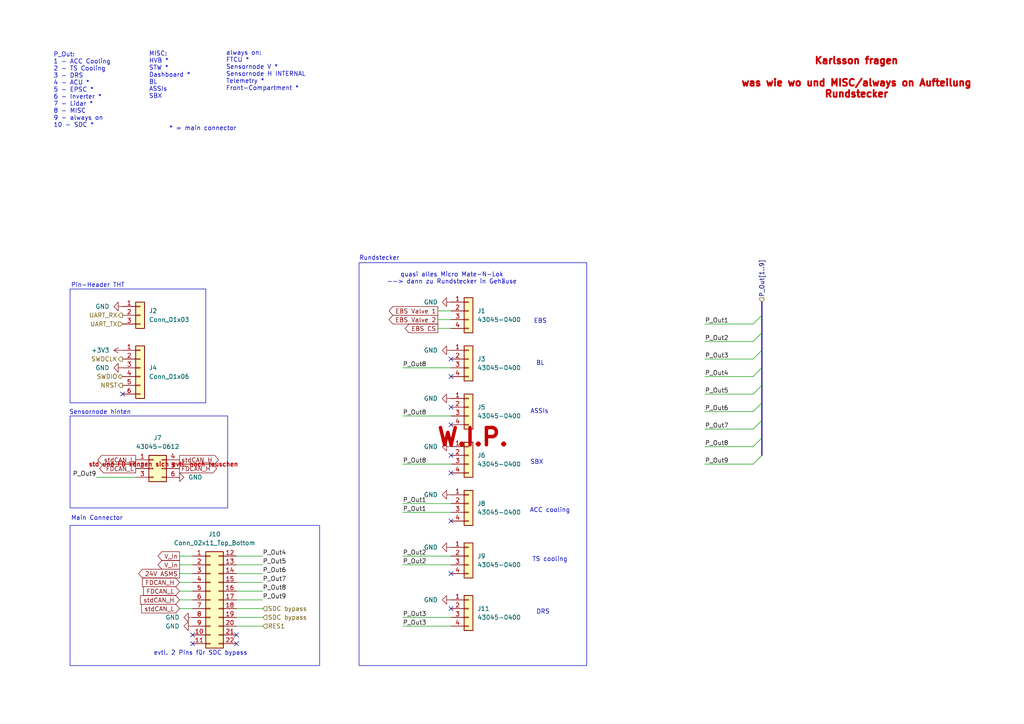
<source format=kicad_sch>
(kicad_sch (version 20231120) (generator "eeschema") (generator_version "8.0")
  (paper "A4")
  (title_block (title "PDU FT25") (date "2024-11-23") (rev "V1.1") (company "Janek Herm") (comment 1 "FaSTTUBe Electronics"))
  (lib_symbols
    (symbol "Connector_Generic:Conn_01x03" (pin_names (offset 1.016) hide)
      (property "Reference" "J" (at 0 5.08 0))
      (property "Value" "Conn_01x03" (at 0 -5.08 0))
      (symbol "Conn_01x03_1_1"
        (rectangle (start -1.27 -2.413) (end 0 -2.667) (stroke (width 0.1524)))
        (rectangle (start -1.27 0.127) (end 0 -0.127) (stroke (width 0.1524)))
        (rectangle (start -1.27 2.667) (end 0 2.413) (stroke (width 0.1524)))
        (rectangle (start -1.27 3.81) (end 1.27 -3.81) (stroke (width 0.254)) (fill (type background)))
        (pin passive line (at -5.08 2.54 0) (length 3.81) (name "Pin_1") (number "1"))
        (pin passive line (at -5.08 0 0) (length 3.81) (name "Pin_2") (number "2"))
        (pin passive line (at -5.08 -2.54 0) (length 3.81) (name "Pin_3") (number "3"))
      )
    )
    (symbol "Connector_Generic:Conn_01x04" (pin_names (offset 1.016) hide)
      (property "Reference" "J" (at 0 5.08 0))
      (property "Value" "Conn_01x04" (at 0 -7.62 0))
      (symbol "Conn_01x04_1_1"
        (rectangle (start -1.27 -4.953) (end 0 -5.207) (stroke (width 0.1524)))
        (rectangle (start -1.27 -2.413) (end 0 -2.667) (stroke (width 0.1524)))
        (rectangle (start -1.27 0.127) (end 0 -0.127) (stroke (width 0.1524)))
        (rectangle (start -1.27 2.667) (end 0 2.413) (stroke (width 0.1524)))
        (rectangle (start -1.27 3.81) (end 1.27 -6.35) (stroke (width 0.254)) (fill (type background)))
        (pin passive line (at -5.08 2.54 0) (length 3.81) (name "Pin_1") (number "1"))
        (pin passive line (at -5.08 0 0) (length 3.81) (name "Pin_2") (number "2"))
        (pin passive line (at -5.08 -2.54 0) (length 3.81) (name "Pin_3") (number "3"))
        (pin passive line (at -5.08 -5.08 0) (length 3.81) (name "Pin_4") (number "4"))
      )
    )
    (symbol "Connector_Generic:Conn_01x06" (pin_names (offset 1.016) hide)
      (property "Reference" "J" (at 0 7.62 0))
      (property "Value" "Conn_01x06" (at 0 -10.16 0))
      (symbol "Conn_01x06_1_1"
        (rectangle (start -1.27 -7.493) (end 0 -7.747) (stroke (width 0.1524)))
        (rectangle (start -1.27 -4.953) (end 0 -5.207) (stroke (width 0.1524)))
        (rectangle (start -1.27 -2.413) (end 0 -2.667) (stroke (width 0.1524)))
        (rectangle (start -1.27 0.127) (end 0 -0.127) (stroke (width 0.1524)))
        (rectangle (start -1.27 2.667) (end 0 2.413) (stroke (width 0.1524)))
        (rectangle (start -1.27 5.207) (end 0 4.953) (stroke (width 0.1524)))
        (rectangle (start -1.27 6.35) (end 1.27 -8.89) (stroke (width 0.254)) (fill (type background)))
        (pin passive line (at -5.08 5.08 0) (length 3.81) (name "Pin_1") (number "1"))
        (pin passive line (at -5.08 2.54 0) (length 3.81) (name "Pin_2") (number "2"))
        (pin passive line (at -5.08 0 0) (length 3.81) (name "Pin_3") (number "3"))
        (pin passive line (at -5.08 -2.54 0) (length 3.81) (name "Pin_4") (number "4"))
        (pin passive line (at -5.08 -5.08 0) (length 3.81) (name "Pin_5") (number "5"))
        (pin passive line (at -5.08 -7.62 0) (length 3.81) (name "Pin_6") (number "6"))
      )
    )
    (symbol "Connector_Generic:Conn_02x03_Top_Bottom" (pin_names (offset 1.016) hide)
      (property "Reference" "J" (at 1.27 5.08 0))
      (property "Value" "Conn_02x03_Top_Bottom" (at 1.27 -5.08 0))
      (symbol "Conn_02x03_Top_Bottom_1_1"
        (rectangle (start -1.27 -2.413) (end 0 -2.667) (stroke (width 0.1524)))
        (rectangle (start -1.27 0.127) (end 0 -0.127) (stroke (width 0.1524)))
        (rectangle (start -1.27 2.667) (end 0 2.413) (stroke (width 0.1524)))
        (rectangle (start -1.27 3.81) (end 3.81 -3.81) (stroke (width 0.254)) (fill (type background)))
        (rectangle (start 3.81 -2.413) (end 2.54 -2.667) (stroke (width 0.1524)))
        (rectangle (start 3.81 0.127) (end 2.54 -0.127) (stroke (width 0.1524)))
        (rectangle (start 3.81 2.667) (end 2.54 2.413) (stroke (width 0.1524)))
        (pin passive line (at -5.08 2.54 0) (length 3.81) (name "Pin_1") (number "1"))
        (pin passive line (at -5.08 0 0) (length 3.81) (name "Pin_2") (number "2"))
        (pin passive line (at -5.08 -2.54 0) (length 3.81) (name "Pin_3") (number "3"))
        (pin passive line (at 7.62 2.54 180) (length 3.81) (name "Pin_4") (number "4"))
        (pin passive line (at 7.62 0 180) (length 3.81) (name "Pin_5") (number "5"))
        (pin passive line (at 7.62 -2.54 180) (length 3.81) (name "Pin_6") (number "6"))
      )
    )
    (symbol "Connector_Generic:Conn_02x11_Top_Bottom" (pin_names (offset 1.016) hide)
      (property "Reference" "J" (at 1.27 15.24 0))
      (property "Value" "Conn_02x11_Top_Bottom" (at 1.27 -15.24 0))
      (symbol "Conn_02x11_Top_Bottom_1_1"
        (rectangle (start -1.27 -12.573) (end 0 -12.827) (stroke (width 0.1524)))
        (rectangle (start -1.27 -10.033) (end 0 -10.287) (stroke (width 0.1524)))
        (rectangle (start -1.27 -7.493) (end 0 -7.747) (stroke (width 0.1524)))
        (rectangle (start -1.27 -4.953) (end 0 -5.207) (stroke (width 0.1524)))
        (rectangle (start -1.27 -2.413) (end 0 -2.667) (stroke (width 0.1524)))
        (rectangle (start -1.27 0.127) (end 0 -0.127) (stroke (width 0.1524)))
        (rectangle (start -1.27 2.667) (end 0 2.413) (stroke (width 0.1524)))
        (rectangle (start -1.27 5.207) (end 0 4.953) (stroke (width 0.1524)))
        (rectangle (start -1.27 7.747) (end 0 7.493) (stroke (width 0.1524)))
        (rectangle (start -1.27 10.287) (end 0 10.033) (stroke (width 0.1524)))
        (rectangle (start -1.27 12.827) (end 0 12.573) (stroke (width 0.1524)))
        (rectangle (start -1.27 13.97) (end 3.81 -13.97) (stroke (width 0.254)) (fill (type background)))
        (rectangle (start 3.81 -12.573) (end 2.54 -12.827) (stroke (width 0.1524)))
        (rectangle (start 3.81 -10.033) (end 2.54 -10.287) (stroke (width 0.1524)))
        (rectangle (start 3.81 -7.493) (end 2.54 -7.747) (stroke (width 0.1524)))
        (rectangle (start 3.81 -4.953) (end 2.54 -5.207) (stroke (width 0.1524)))
        (rectangle (start 3.81 -2.413) (end 2.54 -2.667) (stroke (width 0.1524)))
        (rectangle (start 3.81 0.127) (end 2.54 -0.127) (stroke (width 0.1524)))
        (rectangle (start 3.81 2.667) (end 2.54 2.413) (stroke (width 0.1524)))
        (rectangle (start 3.81 5.207) (end 2.54 4.953) (stroke (width 0.1524)))
        (rectangle (start 3.81 7.747) (end 2.54 7.493) (stroke (width 0.1524)))
        (rectangle (start 3.81 10.287) (end 2.54 10.033) (stroke (width 0.1524)))
        (rectangle (start 3.81 12.827) (end 2.54 12.573) (stroke (width 0.1524)))
        (pin passive line (at -5.08 12.7 0) (length 3.81) (name "Pin_1") (number "1"))
        (pin passive line (at -5.08 -10.16 0) (length 3.81) (name "Pin_10") (number "10"))
        (pin passive line (at -5.08 -12.7 0) (length 3.81) (name "Pin_11") (number "11"))
        (pin passive line (at 7.62 12.7 180) (length 3.81) (name "Pin_12") (number "12"))
        (pin passive line (at 7.62 10.16 180) (length 3.81) (name "Pin_13") (number "13"))
        (pin passive line (at 7.62 7.62 180) (length 3.81) (name "Pin_14") (number "14"))
        (pin passive line (at 7.62 5.08 180) (length 3.81) (name "Pin_15") (number "15"))
        (pin passive line (at 7.62 2.54 180) (length 3.81) (name "Pin_16") (number "16"))
        (pin passive line (at 7.62 0 180) (length 3.81) (name "Pin_17") (number "17"))
        (pin passive line (at 7.62 -2.54 180) (length 3.81) (name "Pin_18") (number "18"))
        (pin passive line (at 7.62 -5.08 180) (length 3.81) (name "Pin_19") (number "19"))
        (pin passive line (at -5.08 10.16 0) (length 3.81) (name "Pin_2") (number "2"))
        (pin passive line (at 7.62 -7.62 180) (length 3.81) (name "Pin_20") (number "20"))
        (pin passive line (at 7.62 -10.16 180) (length 3.81) (name "Pin_21") (number "21"))
        (pin passive line (at 7.62 -12.7 180) (length 3.81) (name "Pin_22") (number "22"))
        (pin passive line (at -5.08 7.62 0) (length 3.81) (name "Pin_3") (number "3"))
        (pin passive line (at -5.08 5.08 0) (length 3.81) (name "Pin_4") (number "4"))
        (pin passive line (at -5.08 2.54 0) (length 3.81) (name "Pin_5") (number "5"))
        (pin passive line (at -5.08 0 0) (length 3.81) (name "Pin_6") (number "6"))
        (pin passive line (at -5.08 -2.54 0) (length 3.81) (name "Pin_7") (number "7"))
        (pin passive line (at -5.08 -5.08 0) (length 3.81) (name "Pin_8") (number "8"))
        (pin passive line (at -5.08 -7.62 0) (length 3.81) (name "Pin_9") (number "9"))
      )
    )
    (symbol "power:+3.3V" (power) (pin_numbers hide) (pin_names (offset 0) hide)
      (property "Value" "+3.3V" (at 0 3.556 0))
      (symbol "+3.3V_0_1"
        (polyline (pts (xy -0.762 1.27) (xy 0 2.54)))
        (polyline (pts (xy 0 0) (xy 0 2.54)))
        (polyline (pts (xy 0 2.54) (xy 0.762 1.27)))
      )
      (symbol "+3.3V_1_1"
        (pin power_in line (at 0 0 90) (length 0) (name "~") (number "1"))
      )
    )
    (symbol "power:GND" (power) (pin_numbers hide) (pin_names (offset 0) hide)
      (property "Value" "GND" (at 0 -3.81 0))
      (symbol "GND_0_1"
        (polyline (pts (xy 0 0) (xy 0 -1.27) (xy 1.27 -1.27) (xy 0 -2.54) (xy -1.27 -1.27) (xy 0 -1.27)))
      )
      (symbol "GND_1_1"
        (pin power_in line (at 0 0 270) (length 0) (name "~") (number "1"))
      )
    )
  )
  (no_connect (at 130.81 132.08))
  (no_connect (at 55.88 186.69))
  (no_connect (at 68.58 186.69))
  (no_connect (at 130.81 109.22))
  (no_connect (at 130.81 104.14))
  (no_connect (at 35.56 114.3))
  (no_connect (at 130.81 176.53))
  (no_connect (at 130.81 118.11))
  (no_connect (at 130.81 137.16))
  (no_connect (at 130.81 151.13))
  (no_connect (at 130.81 166.37))
  (no_connect (at 55.88 184.15))
  (no_connect (at 68.58 184.15))
  (no_connect (at 130.81 123.19))
  (bus_entry (at 218.44 109.22) (size 2.54 -2.54))
  (bus_entry (at 218.44 99.06) (size 2.54 -2.54))
  (bus_entry (at 218.44 129.54) (size 2.54 -2.54))
  (bus_entry (at 218.44 134.62) (size 2.54 -2.54))
  (bus_entry (at 218.44 119.38) (size 2.54 -2.54))
  (bus_entry (at 218.44 93.98) (size 2.54 -2.54))
  (bus_entry (at 218.44 114.3) (size 2.54 -2.54))
  (bus_entry (at 218.44 104.14) (size 2.54 -2.54))
  (bus_entry (at 218.44 124.46) (size 2.54 -2.54))
  (wire (pts (xy 116.84 146.05) (xy 130.81 146.05)))
  (bus (pts (xy 220.98 121.92) (xy 220.98 127)))
  (wire (pts (xy 52.07 161.29) (xy 55.88 161.29)))
  (bus (pts (xy 220.98 127) (xy 220.98 132.08)))
  (wire (pts (xy 116.84 161.29) (xy 130.81 161.29)))
  (wire (pts (xy 204.47 134.62) (xy 218.44 134.62)))
  (wire (pts (xy 52.07 176.53) (xy 55.88 176.53)))
  (wire (pts (xy 127 95.25) (xy 130.81 95.25)))
  (wire (pts (xy 68.58 166.37) (xy 76.2 166.37)))
  (wire (pts (xy 204.47 129.54) (xy 218.44 129.54)))
  (bus (pts (xy 220.98 116.84) (xy 220.98 121.92)))
  (wire (pts (xy 204.47 119.38) (xy 218.44 119.38)))
  (wire (pts (xy 204.47 114.3) (xy 218.44 114.3)))
  (bus (pts (xy 220.98 101.6) (xy 220.98 106.68)))
  (wire (pts (xy 204.47 99.06) (xy 218.44 99.06)))
  (wire (pts (xy 204.47 124.46) (xy 218.44 124.46)))
  (wire (pts (xy 116.84 181.61) (xy 130.81 181.61)))
  (bus (pts (xy 220.98 111.76) (xy 220.98 116.84)))
  (wire (pts (xy 68.58 179.07) (xy 76.2 179.07)))
  (wire (pts (xy 116.84 148.59) (xy 130.81 148.59)))
  (wire (pts (xy 204.47 109.22) (xy 218.44 109.22)))
  (wire (pts (xy 116.84 179.07) (xy 130.81 179.07)))
  (wire (pts (xy 52.07 163.83) (xy 55.88 163.83)))
  (wire (pts (xy 68.58 171.45) (xy 76.2 171.45)))
  (bus (pts (xy 220.98 87.63) (xy 220.98 91.44)))
  (wire (pts (xy 52.07 166.37) (xy 55.88 166.37)))
  (bus (pts (xy 220.98 91.44) (xy 220.98 96.52)))
  (wire (pts (xy 204.47 104.14) (xy 218.44 104.14)))
  (wire (pts (xy 130.81 134.62) (xy 116.84 134.62)))
  (wire (pts (xy 68.58 168.91) (xy 76.2 168.91)))
  (bus (pts (xy 220.98 96.52) (xy 220.98 101.6)))
  (wire (pts (xy 68.58 163.83) (xy 76.2 163.83)))
  (wire (pts (xy 27.94 138.43) (xy 39.37 138.43)))
  (wire (pts (xy 52.07 173.99) (xy 55.88 173.99)))
  (wire (pts (xy 68.58 161.29) (xy 76.2 161.29)))
  (bus (pts (xy 220.98 106.68) (xy 220.98 111.76)))
  (wire (pts (xy 127 92.71) (xy 130.81 92.71)))
  (wire (pts (xy 127 90.17) (xy 130.81 90.17)))
  (wire (pts (xy 68.58 173.99) (xy 76.2 173.99)))
  (wire (pts (xy 52.07 171.45) (xy 55.88 171.45)))
  (wire (pts (xy 68.58 176.53) (xy 76.2 176.53)))
  (wire (pts (xy 116.84 106.68) (xy 130.81 106.68)))
  (wire (pts (xy 116.84 120.65) (xy 130.81 120.65)))
  (wire (pts (xy 204.47 93.98) (xy 218.44 93.98)))
  (wire (pts (xy 68.58 181.61) (xy 76.2 181.61)))
  (wire (pts (xy 116.84 163.83) (xy 130.81 163.83)))
  (wire (pts (xy 52.07 168.91) (xy 55.88 168.91)))
  (wire (pts (xy 50.8 138.43) (xy 52.07 138.43)))
  (rectangle (start 20.32 83.82) (end 59.69 116.84))
  (rectangle (start 104.14 76.2) (end 170.18 193.04))
  (rectangle (start 20.32 152.4) (end 92.71 193.04))
  (rectangle (start 20.32 120.65) (end 66.04 147.32))
  (text "* = main connector" (at 49.022 37.338 0) (effects (font (size 1.27 1.27)) (justify left)))
  (text "DRS" (at 157.48 177.546 0) (effects (font (size 1.27 1.27))))
  (text "ASSIs" (at 156.464 119.38 0) (effects (font (size 1.27 1.27))))
  (text "Pin-Header THT" (at 20.574 82.804 0) (effects (font (size 1.27 1.27)) (justify left)))
  (text "W.I.P." (at 137.16 127 0) (effects (font (size 5 5) (thickness 1) (bold yes))))
  (text "quasi alles Micro Mate-N-Lok\n--> dann zu Rundstecker in Gehäuse" (at 131.064 80.772 0) (effects (font (size 1.27 1.27) (thickness 0.1588))))
  (text "Sensornode hinten" (at 20.066 119.634 0) (effects (font (size 1.27 1.27)) (justify left)))
  (text "Rundstecker" (at 104.14 74.93 0) (effects (font (size 1.27 1.27)) (justify left)))
  (text "Karlsson fragen\n\nwas wie wo und MISC/always on Aufteilung\nRundstecker" (at 248.412 22.606 0) (effects (font (size 2 2) (thickness 0.7) (bold yes))))
  (text "Main Connector" (at 20.574 150.368 0) (effects (font (size 1.27 1.27)) (justify left)))
  (text "SBX" (at 155.702 134.112 0) (effects (font (size 1.27 1.27))))
  (text "evtl. 2 Pins für SDC bypass" (at 58.166 189.484 0) (effects (font (size 1.27 1.27))))
  (text "EBS" (at 156.718 93.218 0) (effects (font (size 1.27 1.27))))
  (text "MISC:\nHVB *\nSTW *\nDashboard *\nBL\nASSIs\nSBX" (at 43.18 21.844 0) (effects (font (size 1.27 1.27)) (justify left)))
  (text "TS cooling" (at 159.512 162.306 0) (effects (font (size 1.27 1.27))))
  (text "std und FD können sich evtl. noch tauschen" (at 25.654 134.874 0) (effects (font (size 1.27 1.27) (thickness 0.254) (bold yes)) (justify left)))
  (text "P_Out:\n1 - ACC Cooling \n2 - TS Cooling\n3 - DRS\n4 - ACU *\n5 - EPSC *\n6 - Inverter *\n7 - Lidar *\n8 - MISC\n9 - always on\n10 - SDC *" (at 15.494 26.162 0) (effects (font (size 1.27 1.27)) (justify left)))
  (text "BL" (at 156.718 105.41 0) (effects (font (size 1.27 1.27))))
  (text "ACC cooling" (at 159.512 148.082 0) (effects (font (size 1.27 1.27))))
  (text "always on:\nFTCU *\nSensornode V *\nSensornode H INTERNAL\nTelemetry * \nFront-Compartment *" (at 65.532 20.574 0) (effects (font (size 1.27 1.27)) (justify left)))
  (label "P_Out7" (at 76.2 168.91 0))
  (label "P_Out3" (at 204.47 104.14 0))
  (label "P_Out1" (at 204.47 93.98 0))
  (label "P_Out8" (at 204.47 129.54 0))
  (label "P_Out8" (at 116.84 120.65 0))
  (label "P_Out1" (at 116.84 148.59 0))
  (label "P_Out9" (at 204.47 134.62 0))
  (label "P_Out8" (at 116.84 106.68 0))
  (label "P_Out5" (at 204.47 114.3 0))
  (label "P_Out9" (at 76.2 173.99 0))
  (label "P_Out2" (at 204.47 99.06 0))
  (label "P_Out3" (at 116.84 181.61 0))
  (label "P_Out9" (at 27.94 138.43 180))
  (label "P_Out8" (at 76.2 171.45 0))
  (label "P_Out6" (at 76.2 166.37 0))
  (label "P_Out2" (at 116.84 161.29 0))
  (label "P_Out4" (at 76.2 161.29 0))
  (label "P_Out5" (at 76.2 163.83 0))
  (label "P_Out7" (at 204.47 124.46 0))
  (label "P_Out1" (at 116.84 146.05 0))
  (label "P_Out8" (at 116.84 134.62 0))
  (label "P_Out3" (at 116.84 179.07 0))
  (label "P_Out2" (at 116.84 163.83 0))
  (label "P_Out4" (at 204.47 109.22 0))
  (label "P_Out6" (at 204.47 119.38 0))
  (global_label "stdCAN_H" (shape output) (at 52.07 133.35 0) (property "Intersheetrefs" "${INTERSHEET_REFS}" (effects (hide yes))))
  (global_label "24V ASMS" (shape output) (at 52.07 166.37 180) (property "Intersheetrefs" "${INTERSHEET_REFS}" (effects (hide yes))))
  (global_label "FDCAN_H" (shape output) (at 52.07 135.89 0) (property "Intersheetrefs" "${INTERSHEET_REFS}" (effects (hide yes))))
  (global_label "stdCAN_L" (shape input) (at 52.07 176.53 180) (property "Intersheetrefs" "${INTERSHEET_REFS}" (effects (hide yes))))
  (global_label "FDCAN_L" (shape output) (at 39.37 135.89 180) (property "Intersheetrefs" "${INTERSHEET_REFS}" (effects (hide yes))))
  (global_label "V_In" (shape output) (at 52.07 161.29 180) (property "Intersheetrefs" "${INTERSHEET_REFS}" (effects (hide yes))))
  (global_label "FDCAN_L" (shape input) (at 52.07 171.45 180) (property "Intersheetrefs" "${INTERSHEET_REFS}" (effects (hide yes))))
  (global_label "stdCAN_H" (shape input) (at 52.07 173.99 180) (property "Intersheetrefs" "${INTERSHEET_REFS}" (effects (hide yes))))
  (global_label "EBS CS" (shape output) (at 127 95.25 180) (property "Intersheetrefs" "${INTERSHEET_REFS}" (effects (hide yes))))
  (global_label "V_In" (shape output) (at 52.07 163.83 180) (property "Intersheetrefs" "${INTERSHEET_REFS}" (effects (hide yes))))
  (global_label "EBS Valve 2" (shape output) (at 127 92.71 180) (property "Intersheetrefs" "${INTERSHEET_REFS}" (effects (hide yes))))
  (global_label "stdCAN_L" (shape output) (at 39.37 133.35 180) (property "Intersheetrefs" "${INTERSHEET_REFS}" (effects (hide yes))))
  (global_label "EBS Valve 1" (shape output) (at 127 90.17 180) (property "Intersheetrefs" "${INTERSHEET_REFS}" (effects (hide yes))))
  (global_label "FDCAN_H" (shape input) (at 52.07 168.91 180) (property "Intersheetrefs" "${INTERSHEET_REFS}" (effects (hide yes))))
  (hierarchical_label "P_Out[1..9]" (shape input) (at 220.98 87.63 90) (effects (font (thickness 0.1588))))
  (hierarchical_label "SWDIO" (shape bidirectional) (at 35.56 109.22 180) (effects (font (thickness 0.1588))))
  (hierarchical_label "RES1" (shape input) (at 76.2 181.61 0))
  (hierarchical_label "UART_TX" (shape input) (at 35.56 93.98 180))
  (hierarchical_label "SDC bypass" (shape input) (at 76.2 176.53 0))
  (hierarchical_label "NRST" (shape output) (at 35.56 111.76 180) (effects (font (thickness 0.1588))))
  (hierarchical_label "SWDCLK" (shape output) (at 35.56 104.14 180))
  (hierarchical_label "UART_RX" (shape output) (at 35.56 91.44 180))
  (hierarchical_label "SDC bypass" (shape input) (at 76.2 179.07 0))
  (symbol (lib_id "Connector_Generic:Conn_01x04") (at 135.89 90.17 0) (unit 1)
    (property "Reference" "J1" (at 138.43 90.1699 0) (effects (justify left)))
    (property "Value" "43045-0400" (at 138.43 92.7099 0) (effects (justify left)))
    (property "Footprint" "43045-0400:43045-04_00,01,02,10_" (effects (hide yes)))
    (property "Description" "Generic connector, single row, 01x04, script generated (kicad-library-utils/schlib/autogen/connector/)" (effects (hide yes)))
  )
  (symbol (lib_id "power:GND") (at 55.88 179.07 270) (unit 1)
    (property "Reference" "#PWR044" (effects (hide yes)))
    (property "Value" "GND" (at 52.07 179.0699 90) (effects (justify right)))
    (property "Description" "Power symbol creates a global label with name \"GND\" , ground" (effects (hide yes)))
  )
  (symbol (lib_id "power:GND") (at 130.81 173.99 270) (unit 1)
    (property "Reference" "#PWR043" (effects (hide yes)))
    (property "Value" "GND" (at 127 173.9899 90) (effects (justify right)))
    (property "Description" "Power symbol creates a global label with name \"GND\" , ground" (effects (hide yes)))
  )
  (symbol (lib_id "power:GND") (at 130.81 129.54 270) (unit 1)
    (property "Reference" "#PWR039" (effects (hide yes)))
    (property "Value" "GND" (at 127 129.5399 90) (effects (justify right)))
    (property "Description" "Power symbol creates a global label with name \"GND\" , ground" (effects (hide yes)))
  )
  (symbol (lib_id "power:+3.3V") (at 35.56 101.6 90) (unit 1)
    (property "Reference" "#PWR035" (effects (hide yes)))
    (property "Value" "+3V3" (at 31.75 101.5999 90) (effects (justify left)))
    (property "Description" "Power symbol creates a global label with name \"+3.3V\"" (effects (hide yes)))
  )
  (symbol (lib_id "Connector_Generic:Conn_01x04") (at 135.89 132.08 0) (unit 1)
    (property "Reference" "J6" (at 138.43 132.0799 0) (effects (justify left)))
    (property "Value" "43045-0400" (at 138.43 134.6199 0) (effects (justify left)))
    (property "Footprint" "43045-0400:43045-04_00,01,02,10_" (effects (hide yes)))
    (property "Description" "Generic connector, single row, 01x04, script generated (kicad-library-utils/schlib/autogen/connector/)" (effects (hide yes)))
  )
  (symbol (lib_id "Connector_Generic:Conn_01x04") (at 135.89 146.05 0) (unit 1)
    (property "Reference" "J8" (at 138.43 146.0499 0) (effects (justify left)))
    (property "Value" "43045-0400" (at 138.43 148.5899 0) (effects (justify left)))
    (property "Footprint" "43045-0400:43045-04_00,01,02,10_" (effects (hide yes)))
    (property "Description" "Generic connector, single row, 01x04, script generated (kicad-library-utils/schlib/autogen/connector/)" (effects (hide yes)))
  )
  (symbol (lib_id "power:GND") (at 35.56 88.9 270) (unit 1)
    (property "Reference" "#PWR034" (effects (hide yes)))
    (property "Value" "GND" (at 31.75 88.8999 90) (effects (justify right)))
    (property "Description" "Power symbol creates a global label with name \"GND\" , ground" (effects (hide yes)))
  )
  (symbol (lib_id "power:GND") (at 55.88 181.61 270) (unit 1)
    (property "Reference" "#PWR045" (effects (hide yes)))
    (property "Value" "GND" (at 52.07 181.6099 90) (effects (justify right)))
    (property "Description" "Power symbol creates a global label with name \"GND\" , ground" (effects (hide yes)))
  )
  (symbol (lib_id "power:GND") (at 130.81 101.6 270) (unit 1)
    (property "Reference" "#PWR036" (effects (hide yes)))
    (property "Value" "GND" (at 127 101.5999 90) (effects (justify right)))
    (property "Description" "Power symbol creates a global label with name \"GND\" , ground" (effects (hide yes)))
  )
  (symbol (lib_id "Connector_Generic:Conn_01x04") (at 135.89 104.14 0) (unit 1)
    (property "Reference" "J3" (at 138.43 104.1399 0) (effects (justify left)))
    (property "Value" "43045-0400" (at 138.43 106.6799 0) (effects (justify left)))
    (property "Footprint" "43045-0400:43045-04_00,01,02,10_" (effects (hide yes)))
    (property "Description" "Generic connector, single row, 01x04, script generated (kicad-library-utils/schlib/autogen/connector/)" (effects (hide yes)))
  )
  (symbol (lib_id "Connector_Generic:Conn_01x06") (at 40.64 106.68 0) (unit 1)
    (property "Reference" "J4" (at 43.18 106.6799 0) (effects (justify left)))
    (property "Value" "Conn_01x06" (at 43.18 109.2199 0) (effects (justify left)))
    (property "Footprint" "Connector_PinHeader_2.54mm:PinHeader_1x06_P2.54mm_Vertical" (effects (hide yes)))
    (property "Description" "Generic connector, single row, 01x06, script generated (kicad-library-utils/schlib/autogen/connector/)" (effects (hide yes)))
  )
  (symbol (lib_id "Connector_Generic:Conn_01x04") (at 135.89 176.53 0) (unit 1)
    (property "Reference" "J11" (at 138.43 176.5299 0) (effects (justify left)))
    (property "Value" "43045-0400" (at 138.43 179.0699 0) (effects (justify left)))
    (property "Footprint" "43045-0400:43045-04_00,01,02,10_" (effects (hide yes)))
    (property "Description" "Generic connector, single row, 01x04, script generated (kicad-library-utils/schlib/autogen/connector/)" (effects (hide yes)))
  )
  (symbol (lib_id "Connector_Generic:Conn_01x04") (at 135.89 161.29 0) (unit 1)
    (property "Reference" "J9" (at 138.43 161.2899 0) (effects (justify left)))
    (property "Value" "43045-0400" (at 138.43 163.8299 0) (effects (justify left)))
    (property "Footprint" "43045-0400:43045-04_00,01,02,10_" (effects (hide yes)))
    (property "Description" "Generic connector, single row, 01x04, script generated (kicad-library-utils/schlib/autogen/connector/)" (effects (hide yes)))
  )
  (symbol (lib_id "power:GND") (at 130.81 158.75 270) (unit 1)
    (property "Reference" "#PWR042" (effects (hide yes)))
    (property "Value" "GND" (at 127 158.7499 90) (effects (justify right)))
    (property "Description" "Power symbol creates a global label with name \"GND\" , ground" (effects (hide yes)))
  )
  (symbol (lib_id "Connector_Generic:Conn_02x03_Top_Bottom") (at 44.45 135.89 0) (unit 1)
    (property "Reference" "J7" (at 45.72 127 0))
    (property "Value" "43045-0612" (at 45.72 129.54 0))
    (property "Footprint" "Connector_Molex:Molex_Micro-Fit_3.0_43045-0612_2x03_P3.00mm_Vertical" (effects (hide yes)))
    (property "Description" "Generic connector, double row, 02x03, top/bottom pin numbering scheme (row 1: 1...pins_per_row, row2: pins_per_row+1 ... num_pins), script generated (kicad-library-utils/schlib/autogen/connector/)" (effects (hide yes)))
  )
  (symbol (lib_id "power:GND") (at 130.81 143.51 270) (unit 1)
    (property "Reference" "#PWR041" (effects (hide yes)))
    (property "Value" "GND" (at 127 143.5099 90) (effects (justify right)))
    (property "Description" "Power symbol creates a global label with name \"GND\" , ground" (effects (hide yes)))
  )
  (symbol (lib_id "power:GND") (at 130.81 87.63 270) (unit 1)
    (property "Reference" "#PWR033" (effects (hide yes)))
    (property "Value" "GND" (at 127 87.6299 90) (effects (justify right)))
    (property "Description" "Power symbol creates a global label with name \"GND\" , ground" (effects (hide yes)))
  )
  (symbol (lib_id "power:GND") (at 130.81 115.57 270) (unit 1)
    (property "Reference" "#PWR038" (effects (hide yes)))
    (property "Value" "GND" (at 127 115.5699 90) (effects (justify right)))
    (property "Description" "Power symbol creates a global label with name \"GND\" , ground" (effects (hide yes)))
  )
  (symbol (lib_id "power:GND") (at 50.8 138.43 90) (unit 1)
    (property "Reference" "#PWR040" (effects (hide yes)))
    (property "Value" "GND" (at 54.61 138.4299 90) (effects (justify right)))
    (property "Description" "Power symbol creates a global label with name \"GND\" , ground" (effects (hide yes)))
  )
  (symbol (lib_id "Connector_Generic:Conn_01x03") (at 40.64 91.44 0) (unit 1)
    (property "Reference" "J2" (at 43.18 90.1699 0) (effects (justify left)))
    (property "Value" "Conn_01x03" (at 43.18 92.7099 0) (effects (justify left)))
    (property "Footprint" "Connector_PinHeader_2.54mm:PinHeader_1x03_P2.54mm_Vertical" (effects (hide yes)))
    (property "Description" "Generic connector, single row, 01x03, script generated (kicad-library-utils/schlib/autogen/connector/)" (effects (hide yes)))
  )
  (symbol (lib_id "Connector_Generic:Conn_01x04") (at 135.89 118.11 0) (unit 1)
    (property "Reference" "J5" (at 138.43 118.1099 0) (effects (justify left)))
    (property "Value" "43045-0400" (at 138.43 120.6499 0) (effects (justify left)))
    (property "Footprint" "43045-0400:43045-04_00,01,02,10_" (effects (hide yes)))
    (property "Description" "Generic connector, single row, 01x04, script generated (kicad-library-utils/schlib/autogen/connector/)" (effects (hide yes)))
  )
  (symbol (lib_id "power:GND") (at 35.56 106.68 270) (unit 1)
    (property "Reference" "#PWR037" (effects (hide yes)))
    (property "Value" "GND" (at 31.75 106.6799 90) (effects (justify right)))
    (property "Description" "Power symbol creates a global label with name \"GND\" , ground" (effects (hide yes)))
  )
  (symbol (lib_id "Connector_Generic:Conn_02x11_Top_Bottom") (at 60.96 173.99 0) (unit 1)
    (property "Reference" "J10" (at 62.23 154.94 0))
    (property "Value" "Conn_02x11_Top_Bottom" (at 62.23 157.48 0))
    (property "Description" "Generic connector, double row, 02x11, top/bottom pin numbering scheme (row 1: 1...pins_per_row, row2: pins_per_row+1 ... num_pins), script generated (kicad-library-utils/schlib/autogen/connector/)" (effects (hide yes)))
  )
)
</source>
